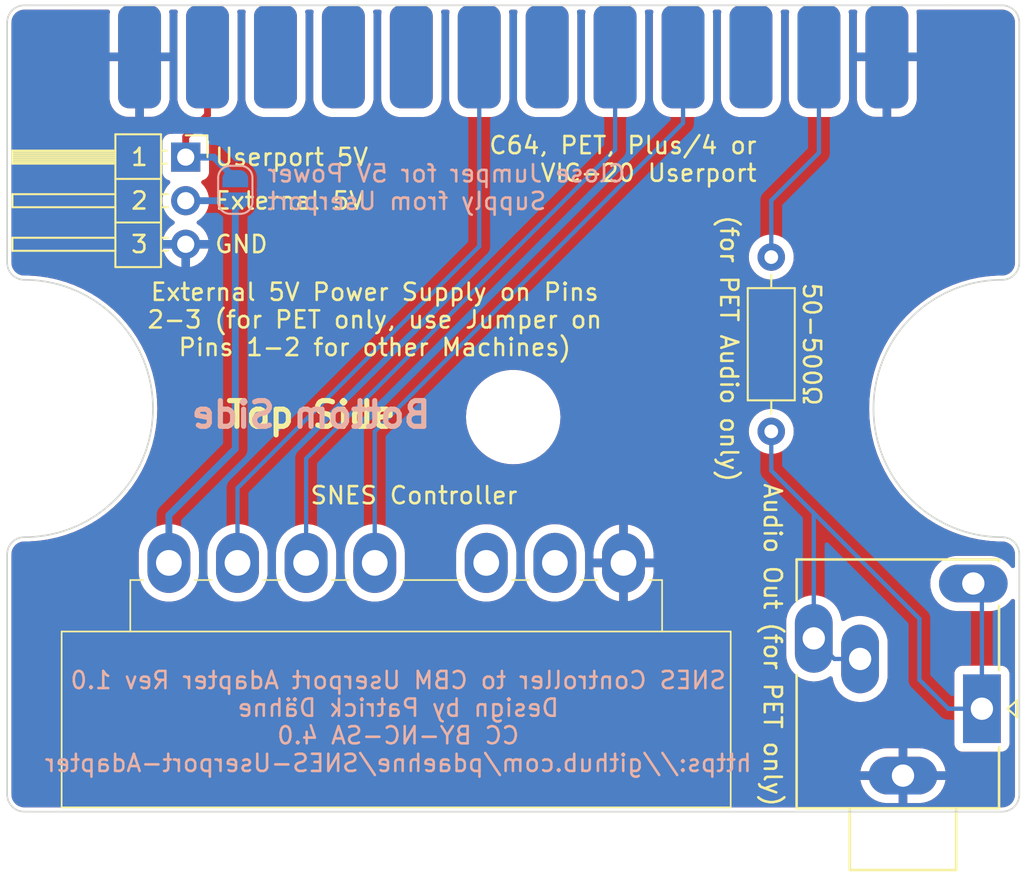
<source format=kicad_pcb>
(kicad_pcb (version 20221018) (generator pcbnew)
  (title_block (title "SNES Controller to CBM Userport Adapter") (date "2023-10-22") (rev "1.0") (company "Patrick Dähne CC BY-NC-SA 4.0"))
  (layers (0 "F.Cu" signal) (31 "B.Cu" signal) (34 "B.Paste" user) (35 "F.Paste" user) (36 "B.SilkS" user "B.Silkscreen") (37 "F.SilkS" user "F.Silkscreen") (38 "B.Mask" user) (39 "F.Mask" user) (44 "Edge.Cuts" user))
  (net 0 "")
  (net 1 "VCC")
  (net 2 "GND")
  (net 3 "/Clock")
  (net 4 "/Latch")
  (net 5 "/Data")
  (net 8 "/Audio")
  (net 24 "/VCC_Ctrl")
  (net 25 "/Audio_Jack")
  (footprint "Resistor_THT:R_Axial_DIN0207_L6.3mm_D2.5mm_P10.16mm_Horizontal" (layer "F.Cu") (at 158.908 90.266 -90)
    (fp_text reference "R1" hide)
    (fp_text value "81Ω" hide)
    (fp_line (start 1.04 0) (end 1.81 0) (stroke (width 0.12)) (layer "F.SilkS"))
    (fp_line (start 1.81 -1.37) (end 1.81 1.37) (stroke (width 0.12)) (layer "F.SilkS"))
    (fp_line (start 1.81 1.37) (end 8.35 1.37) (stroke (width 0.12)) (layer "F.SilkS"))
    (fp_line (start 8.35 -1.37) (end 1.81 -1.37) (stroke (width 0.12)) (layer "F.SilkS"))
    (fp_line (start 8.35 1.37) (end 8.35 -1.37) (stroke (width 0.12)) (layer "F.SilkS"))
    (fp_line (start 9.12 0) (end 8.35 0) (stroke (width 0.12)) (layer "F.SilkS"))
    (pad "1" thru_hole circle (at 0 0 270) (size 1.6 1.6) (drill 0.8) (layers "*.Cu" "*.Mask") (net 8 "/Audio"))
    (pad "2" thru_hole oval (at 10.16 0 270) (size 1.6 1.6) (drill 0.8) (layers "*.Cu" "*.Mask") (net 25 "/Audio_Jack"))
  )
  (footprint "Connector_Audio:Jack_3.5mm_Ledino_KB3SPRS_Horizontal" (layer "F.Cu") (at 171.1855 116.592 90)
    (fp_text reference "J3" hide)
    (fp_text value "AudioJack3_SwitchTR" hide)
    (fp_line (start -9.4 -7.7) (end -9.4 -1.5) (stroke (width 0.15)) (layer "F.SilkS"))
    (fp_line (start -9.4 -1.5) (end -5.8 -1.5) (stroke (width 0.15)) (layer "F.SilkS"))
    (fp_line (start -5.8 -10.8) (end 1.95 -10.8) (stroke (width 0.15)) (layer "F.SilkS"))
    (fp_line (start -5.8 -7.7) (end -9.4 -7.7) (stroke (width 0.15)) (layer "F.SilkS"))
    (fp_line (start -5.8 1) (end -5.8 -10.8) (stroke (width 0.15)) (layer "F.SilkS"))
    (fp_line (start -2.25 1) (end -5.8 1) (stroke (width 0.15)) (layer "F.SilkS"))
    (fp_line (start -0.5 2.05) (end 0.5 2.05) (stroke (width 0.12)) (layer "F.SilkS"))
    (fp_line (start 0 1.5) (end -0.5 2.05) (stroke (width 0.12)) (layer "F.SilkS"))
    (fp_line (start 0.5 2.05) (end 0 1.5) (stroke (width 0.12)) (layer "F.SilkS"))
    (fp_line (start 6 1) (end 2.25 1) (stroke (width 0.15)) (layer "F.SilkS"))
    (fp_line (start 6.3 -10.8) (end 8.7 -10.8) (stroke (width 0.15)) (layer "F.SilkS"))
    (fp_line (start 8.7 -10.8) (end 8.7 1) (stroke (width 0.15)) (layer "F.SilkS"))
    (fp_line (start 8.7 1) (end 8.6 1) (stroke (width 0.15)) (layer "F.SilkS"))
    (pad "R" thru_hole oval (at 4.1 -9.8 90) (size 4 2.2) (drill 1.3) (layers "*.Cu" "*.Mask") (net 25 "/Audio_Jack"))
    (pad "RN" thru_hole oval (at 2.9 -7.1 90) (size 4 2.2) (drill 1.3) (layers "*.Cu" "*.Mask") (net 25 "/Audio_Jack"))
    (pad "S" thru_hole oval (at -3.9 -4.6 90) (size 2.2 4) (drill 1.3) (layers "*.Cu" "*.Mask") (net 2 "GND"))
    (pad "T" thru_hole rect (at 0 0 90) (size 4 2.2) (drill 1.3) (layers "*.Cu" "*.Mask") (net 25 "/Audio_Jack"))
    (pad "TN" thru_hole oval (at 7.3 -0.5 180) (size 4 2.2) (drill 1.3) (layers "*.Cu" "*.Mask") (net 25 "/Audio_Jack"))
  )
  (footprint "PinHeader-Flipped:PinHeader_1x03_P2.54mm_Horizontal" (layer "F.Cu") (at 124.775 84.439 180)
    (fp_text reference "J1" hide)
    (fp_text value "Conn_01x03_Pin" hide)
    (fp_line (start -1.27 0) (end -1.27 1.27) (stroke (width 0.12)) (layer "F.SilkS"))
    (fp_line (start -1.27 1.27) (end 0 1.27) (stroke (width 0.12)) (layer "F.SilkS"))
    (fp_line (start 1.042929 -5.46) (end 1.44 -5.46) (stroke (width 0.12)) (layer "F.SilkS"))
    (fp_line (start 1.042929 -4.7) (end 1.44 -4.7) (stroke (width 0.12)) (layer "F.SilkS"))
    (fp_line (start 1.042929 -2.92) (end 1.44 -2.92) (stroke (width 0.12)) (layer "F.SilkS"))
    (fp_line (start 1.042929 -2.16) (end 1.44 -2.16) (stroke (width 0.12)) (layer "F.SilkS"))
    (fp_line (start 1.11 -0.38) (end 1.44 -0.38) (stroke (width 0.12)) (layer "F.SilkS"))
    (fp_line (start 1.11 0.38) (end 1.44 0.38) (stroke (width 0.12)) (layer "F.SilkS"))
    (fp_line (start 1.44 -6.41) (end 4.1 -6.41) (stroke (width 0.12)) (layer "F.SilkS"))
    (fp_line (start 1.44 -3.81) (end 4.1 -3.81) (stroke (width 0.12)) (layer "F.SilkS"))
    (fp_line (start 1.44 -1.27) (end 4.1 -1.27) (stroke (width 0.12)) (layer "F.SilkS"))
    (fp_line (start 1.44 1.33) (end 1.44 -6.41) (stroke (width 0.12)) (layer "F.SilkS"))
    (fp_line (start 4.1 -6.41) (end 4.1 1.33) (stroke (width 0.12)) (layer "F.SilkS"))
    (fp_line (start 4.1 -4.7) (end 10.1 -4.7) (stroke (width 0.12)) (layer "F.SilkS"))
    (fp_line (start 4.1 -2.16) (end 10.1 -2.16) (stroke (width 0.12)) (layer "F.SilkS"))
    (fp_line (start 4.1 -0.28) (end 10.1 -0.28) (stroke (width 0.12)) (layer "F.SilkS"))
    (fp_line (start 4.1 -0.16) (end 10.1 -0.16) (stroke (width 0.12)) (layer "F.SilkS"))
    (fp_line (start 4.1 -0.04) (end 10.1 -0.04) (stroke (width 0.12)) (layer "F.SilkS"))
    (fp_line (start 4.1 0.08) (end 10.1 0.08) (stroke (width 0.12)) (layer "F.SilkS"))
    (fp_line (start 4.1 0.2) (end 10.1 0.2) (stroke (width 0.12)) (layer "F.SilkS"))
    (fp_line (start 4.1 0.32) (end 10.1 0.32) (stroke (width 0.12)) (layer "F.SilkS"))
    (fp_line (start 4.1 0.38) (end 10.1 0.38) (stroke (width 0.12)) (layer "F.SilkS"))
    (fp_line (start 4.1 1.33) (end 1.44 1.33) (stroke (width 0.12)) (layer "F.SilkS"))
    (fp_line (start 10.1 -5.46) (end 4.1 -5.46) (stroke (width 0.12)) (layer "F.SilkS"))
    (fp_line (start 10.1 -4.7) (end 10.1 -5.46) (stroke (width 0.12)) (layer "F.SilkS"))
    (fp_line (start 10.1 -2.92) (end 4.1 -2.92) (stroke (width 0.12)) (layer "F.SilkS"))
    (fp_line (start 10.1 -2.16) (end 10.1 -2.92) (stroke (width 0.12)) (layer "F.SilkS"))
    (fp_line (start 10.1 -0.38) (end 4.1 -0.38) (stroke (width 0.12)) (layer "F.SilkS"))
    (fp_line (start 10.1 0.38) (end 10.1 -0.38) (stroke (width 0.12)) (layer "F.SilkS"))
    (pad "1" thru_hole rect (at 0 0 180) (size 1.7 1.7) (drill 1) (layers "*.Cu" "*.Mask") (net 1 "VCC"))
    (pad "2" thru_hole oval (at 0 -2.54 180) (size 1.7 1.7) (drill 1) (layers "*.Cu" "*.Mask") (net 24 "/VCC_Ctrl"))
    (pad "3" thru_hole oval (at 0 -5.08 180) (size 1.7 1.7) (drill 1) (layers "*.Cu" "*.Mask") (net 2 "GND"))
  )
  (footprint "Commodore:C64_Userport" (layer "F.Cu") (at 122.086 78.592 180)
    (fp_text reference "J4" hide)
    (fp_text value "C64_Userport" hide)
    (fp_line (start -47.28 3) (end 3.72 3) (stroke (width 0.1)) (layer "Edge.Cuts"))
    (pad "1" smd roundrect (at 0 0 180) (size 2.5 6) (layers "F.Cu" "F.Mask") (net 2 "GND"))
    (pad "2" smd roundrect (at -3.96 0 180) (size 2.5 6) (layers "F.Cu" "F.Mask") (net 1 "VCC"))
    (pad "3" smd roundrect (at -7.92 0 180) (size 2.5 6) (layers "F.Cu" "F.Mask"))
    (pad "4" smd roundrect (at -11.88 0 180) (size 2.5 6) (layers "F.Cu" "F.Mask"))
    (pad "5" smd roundrect (at -15.84 0 180) (size 2.5 6) (layers "F.Cu" "F.Mask"))
    (pad "6" smd roundrect (at -19.8 0 180) (size 2.5 6) (layers "F.Cu" "F.Mask"))
    (pad "7" smd roundrect (at -23.76 0 180) (size 2.5 6) (layers "F.Cu" "F.Mask"))
    (pad "8" smd roundrect (at -27.72 0 180) (size 2.5 6) (layers "F.Cu" "F.Mask"))
    (pad "9" smd roundrect (at -31.68 0 180) (size 2.5 6) (layers "F.Cu" "F.Mask"))
    (pad "10" smd roundrect (at -35.64 0 180) (size 2.5 6) (layers "F.Cu" "F.Mask"))
    (pad "11" smd roundrect (at -39.6 0 180) (size 2.5 6) (layers "F.Cu" "F.Mask"))
    (pad "12" smd roundrect (at -43.56 0 180) (size 2.5 6) (layers "F.Cu" "F.Mask") (net 2 "GND"))
    (pad "A" smd roundrect (at 0 0 180) (size 2.5 6) (layers "B.Cu" "B.Mask") (net 2 "GND"))
    (pad "B" smd roundrect (at -3.96 0 180) (size 2.5 6) (layers "B.Cu" "B.Mask"))
    (pad "C" smd roundrect (at -7.92 0 180) (size 2.5 6) (layers "B.Cu" "B.Mask"))
    (pad "D" smd roundrect (at -11.88 0 180) (size 2.5 6) (layers "B.Cu" "B.Mask"))
    (pad "E" smd roundrect (at -15.84 0 180) (size 2.5 6) (layers "B.Cu" "B.Mask"))
    (pad "F" smd roundrect (at -19.8 0 180) (size 2.5 6) (layers "B.Cu" "B.Mask") (net 3 "/Clock"))
    (pad "H" smd roundrect (at -23.76 0 180) (size 2.5 6) (layers "B.Cu" "B.Mask"))
    (pad "J" smd roundrect (at -27.72 0 180) (size 2.5 6) (layers "B.Cu" "B.Mask") (net 4 "/Latch"))
    (pad "K" smd roundrect (at -31.68 0 180) (size 2.5 6) (layers "B.Cu" "B.Mask") (net 5 "/Data"))
    (pad "L" smd roundrect (at -35.64 0 180) (size 2.5 6) (layers "B.Cu" "B.Mask"))
    (pad "M" smd roundrect (at -39.6 0 180) (size 2.5 6) (layers "B.Cu" "B.Mask") (net 8 "/Audio"))
    (pad "N" smd roundrect (at -43.56 0 180) (size 2.5 6) (layers "B.Cu" "B.Mask") (net 2 "GND"))
  )
  (footprint "MountingHole:MountingHole_5mm" (layer "F.Cu") (at 143.866 99.592 180)
    (fp_text reference "REF**" hide)
    (fp_text value "MountingHole_5mm" hide)
    (pad "" np_thru_hole circle (at 0 0 180) (size 5 5) (drill 5) (layers "*.Cu" "*.Mask"))
  )
  (footprint "Nintendo:SNES_Controller_Socket" (layer "F.Cu") (at 123.794 108.092)
    (fp_text reference "J2" hide)
    (fp_text value "SNES_Controller_Socket" hide)
    (fp_line (start -6.25 4) (end -6.25 14.25) (stroke (width 0.1)) (layer "F.SilkS"))
    (fp_line (start -6.25 4) (end 32.75 4) (stroke (width 0.1)) (layer "F.SilkS"))
    (fp_line (start -6.25 14.25) (end 32.75 14.25) (stroke (width 0.1)) (layer "F.SilkS"))
    (fp_line (start -2.25 1) (end -2.25 4) (stroke (width 0.1)) (layer "F.SilkS"))
    (fp_line (start -2.25 1) (end -1.5 1) (stroke (width 0.1)) (layer "F.SilkS"))
    (fp_line (start 1.5 1) (end 2.5 1) (stroke (width 0.1)) (layer "F.SilkS"))
    (fp_line (start 5.5 1) (end 6.5 1) (stroke (width 0.1)) (layer "F.SilkS"))
    (fp_line (start 9.5 1) (end 10.5 1) (stroke (width 0.1)) (layer "F.SilkS"))
    (fp_line (start 13.5 1) (end 17 1) (stroke (width 0.1)) (layer "F.SilkS"))
    (fp_line (start 20 1) (end 21 1) (stroke (width 0.1)) (layer "F.SilkS"))
    (fp_line (start 24 1) (end 25 1) (stroke (width 0.1)) (layer "F.SilkS"))
    (fp_line (start 28 1) (end 28.75 1) (stroke (width 0.1)) (layer "F.SilkS"))
    (fp_line (start 28.75 1) (end 28.75 4) (stroke (width 0.1)) (layer "F.SilkS"))
    (fp_line (start 32.75 4) (end 32.75 14.25) (stroke (width 0.1)) (layer "F.SilkS"))
    (pad "1" thru_hole oval (at 0 0) (size 2.5 3.5) (drill 1.5) (layers "*.Cu" "*.Mask") (net 24 "/VCC_Ctrl"))
    (pad "2" thru_hole oval (at 4 0) (size 2.5 3.5) (drill 1.5) (layers "*.Cu" "*.Mask") (net 3 "/Clock"))
    (pad "3" thru_hole oval (at 8 0) (size 2.5 3.5) (drill 1.5) (layers "*.Cu" "*.Mask") (net 4 "/Latch"))
    (pad "4" thru_hole oval (at 12 0) (size 2.5 3.5) (drill 1.5) (layers "*.Cu" "*.Mask") (net 5 "/Data"))
    (pad "5" thru_hole oval (at 18.5 0) (size 2.5 3.5) (drill 1.5) (layers "*.Cu" "*.Mask"))
    (pad "6" thru_hole oval (at 22.5 0) (size 2.5 3.5) (drill 1.5) (layers "*.Cu" "*.Mask"))
    (pad "7" thru_hole oval (at 26.5 0) (size 2.5 3.5) (drill 1.5) (layers "*.Cu" "*.Mask") (net 2 "GND"))
  )
  (footprint "Jumper:SolderJumper-2_P1.3mm_Open_RoundedPad1.0x1.5mm" (layer "B.Cu") (at 127.666 86.344 -90)
    (fp_text reference "JP1" hide)
    (fp_text value "SolderJumper_2_Open" hide)
    (fp_line (start -1.4 -0.3) (end -1.4 0.3) (stroke (width 0.12)) (layer "B.SilkS"))
    (fp_line (start -0.7 1) (end 0.7 1) (stroke (width 0.12)) (layer "B.SilkS"))
    (fp_line (start 0.7 -1) (end -0.7 -1) (stroke (width 0.12)) (layer "B.SilkS"))
    (fp_line (start 1.4 0.3) (end 1.4 -0.3) (stroke (width 0.12)) (layer "B.SilkS"))
    (fp_arc (start -1.4 -0.3) (mid -1.194975 -0.794975) (end -0.7 -1) (stroke (width 0.12)) (layer "B.SilkS"))
    (fp_arc (start -0.7 1) (mid -1.194975 0.794975) (end -1.4 0.3) (stroke (width 0.12)) (layer "B.SilkS"))
    (fp_arc (start 0.7 -1) (mid 1.194975 -0.794975) (end 1.4 -0.3) (stroke (width 0.12)) (layer "B.SilkS"))
    (fp_arc (start 1.4 0.3) (mid 1.194975 0.794975) (end 0.7 1) (stroke (width 0.12)) (layer "B.SilkS"))
    (pad "1" smd custom (at -0.65 0 270) (size 1 0.5) (layers "B.Cu" "B.Mask") (net 1 "VCC") (options (clearance outline) (anchor rect)) (primitives (gr_circle (center 0 -0.25) (end 0.5 -0.25) (width 0) (fill yes)) (gr_circle (center 0 0.25) (end 0.5 0.25) (width 0) (fill yes)) (gr_poly (pts (xy 0.5 -0.75) (xy 0 -0.75) (xy 0 0.75) (xy 0.5 0.75)) (width 0) (fill yes))))
    (pad "2" smd custom (at 0.65 0 270) (size 1 0.5) (layers "B.Cu" "B.Mask") (net 24 "/VCC_Ctrl") (options (clearance outline) (anchor rect)) (primitives (gr_circle (center 0 -0.25) (end 0.5 -0.25) (width 0) (fill yes)) (gr_circle (center 0 0.25) (end 0.5 0.25) (width 0) (fill yes)) (gr_poly (pts (xy 0 -0.75) (xy -0.5 -0.75) (xy -0.5 0.75) (xy 0 0.75)) (width 0) (fill yes))))
  )
  (gr_arc (start 115.366 91.592) (mid 114.658893 91.299107) (end 114.366 90.592) (stroke (width 0.1)) (layer "Edge.Cuts"))
  (gr_arc (start 115.366 122.592) (mid 114.658893 122.299107) (end 114.366 121.592) (stroke (width 0.1)) (layer "Edge.Cuts"))
  (gr_line (start 114.366 76.592) (end 114.366 90.592) (stroke (width 0.1)) (layer "Edge.Cuts"))
  (gr_arc (start 114.366 107.592) (mid 114.658893 106.884893) (end 115.366 106.592) (stroke (width 0.1)) (layer "Edge.Cuts"))
  (gr_line (start 114.366 107.592) (end 114.366 121.592) (stroke (width 0.1)) (layer "Edge.Cuts"))
  (gr_arc (start 114.366 76.592) (mid 114.658893 75.884893) (end 115.366 75.592) (stroke (width 0.1)) (layer "Edge.Cuts"))
  (gr_arc (start 173.366 121.592) (mid 173.073107 122.299107) (end 172.366 122.592) (stroke (width 0.1)) (layer "Edge.Cuts"))
  (gr_arc (start 172.366 106.592) (mid 164.866 99.092) (end 172.366 91.592) (stroke (width 0.1)) (layer "Edge.Cuts"))
  (gr_line (start 173.366 76.592) (end 173.366 90.592) (stroke (width 0.1)) (layer "Edge.Cuts"))
  (gr_arc (start 172.366 106.592) (mid 173.073107 106.884893) (end 173.366 107.592) (stroke (width 0.1)) (layer "Edge.Cuts"))
  (gr_line (start 172.366 122.592) (end 115.366 122.592) (stroke (width 0.1)) (layer "Edge.Cuts"))
  (gr_arc (start 115.366 91.592) (mid 122.866 99.092) (end 115.366 106.592) (stroke (width 0.1)) (layer "Edge.Cuts"))
  (gr_line (start 172.366 75.592) (end 169.366 75.592) (stroke (width 0.1)) (layer "Edge.Cuts"))
  (gr_line (start 118.366 75.592) (end 115.366 75.592) (stroke (width 0.1)) (layer "Edge.Cuts"))
  (gr_line (start 173.366 121.592) (end 173.366 107.592) (stroke (width 0.1)) (layer "Edge.Cuts"))
  (gr_arc (start 173.366 90.592) (mid 173.073107 91.299107) (end 172.366 91.592) (stroke (width 0.1)) (layer "Edge.Cuts"))
  (gr_arc (start 172.366 75.592) (mid 173.073107 75.884893) (end 173.366 76.592) (stroke (width 0.1)) (layer "Edge.Cuts"))
  (gr_text "SNES Controller to CBM Userport Adapter Rev 1.0\nDesign by Patrick Dähne\nCC BY-NC-SA 4.0\nhttps://github.com/pdaehne/SNES-Userport-Adapter" (at 137.16 117.348) (layer "B.SilkS") (effects (font (size 1 1)) (justify mirror)))
  (gr_text "Bottom Side" (at 132.08 100.33) (layer "B.SilkS") (effects (font (size 1.5 1.5) (thickness 0.3) bold) (justify bottom mirror)))
  (gr_text "Close Jumper for 5V Power\nSupply from Userport" (at 129.444 86.202) (layer "B.SilkS") (effects (font (size 1 1)) (justify right mirror)))
  (gr_text "2" (at 122.078 86.979) (layer "F.SilkS") (effects (font (size 1 1))))
  (gr_text "1" (at 122.078 84.439) (layer "F.SilkS") (effects (font (size 1 1))))
  (gr_text "SNES Controller" (at 138.08 104.744) (layer "F.SilkS") (effects (font (size 1 1)) (justify bottom)))
  (gr_text "C64, PET, Plus/4 or\nVIC-20 Userport" (at 158.146 85.948) (layer "F.SilkS") (effects (font (size 1 1)) (justify right bottom)))
  (gr_text "Userport 5V" (at 126.396 84.439) (layer "F.SilkS") (effects (font (size 1 1)) (justify left)))
  (gr_text "(for PET Audio only)" (at 155.86 95.6 -90) (layer "F.SilkS") (effects (font (size 1 1)) (justify bottom)))
  (gr_text "Audio Out (for PET only)" (at 158.4 112.872 -90) (layer "F.SilkS") (effects (font (size 1 1)) (justify bottom)))
  (gr_text "3" (at 122.078 89.519) (layer "F.SilkS") (effects (font (size 1 1))))
  (gr_text "50-500Ω" (at 160.686 95.346 -90) (layer "F.SilkS") (effects (font (size 1 1)) (justify bottom)))
  (gr_text "GND" (at 126.396 89.519) (layer "F.SilkS") (effects (font (size 1 1)) (justify left)))
  (gr_text "Top Side" (at 132.08 100.33) (layer "F.SilkS") (effects (font (size 1.5 1.5) (thickness 0.3) bold) (justify bottom)))
  (gr_text "External 5V" (at 126.396 86.979) (layer "F.SilkS") (effects (font (size 1 1)) (justify left)))
  (gr_text "External 5V Power Supply on Pins\n2-3 (for PET only, use Jumper on\nPins 1-2 for other Machines)" (at 135.794 96.108) (layer "F.SilkS") (effects (font (size 1 1)) (justify bottom)))
  (segment (start 126.046 81.98) (end 126.046 78.592) (width 0.4) (layer "F.Cu") (net 1))
  (segment (start 124.775 84.439) (end 124.775 83.251) (width 0.4) (layer "F.Cu") (net 1))
  (segment (start 124.775 83.251) (end 126.046 81.98) (width 0.4) (layer "F.Cu") (net 1))
  (segment (start 126.411 84.439) (end 127.666 85.694) (width 0.4) (layer "B.Cu") (net 1))
  (segment (start 124.775 84.439) (end 126.411 84.439) (width 0.4) (layer "B.Cu") (net 1))
  (segment (start 150.272 112.618) (end 150.294 112.64) (width 0.4) (layer "B.Cu") (net 2))
  (segment (start 141.886 89.635) (end 127.794 103.727) (width 0.25) (layer "B.Cu") (net 3))
  (segment (start 127.794 103.727) (end 127.794 108.092) (width 0.25) (layer "B.Cu") (net 3))
  (segment (start 141.886 78.592) (end 141.886 89.635) (width 0.25) (layer "B.Cu") (net 3))
  (segment (start 149.806 78.592) (end 149.806 84.001) (width 0.25) (layer "B.Cu") (net 4))
  (segment (start 149.806 84.001) (end 131.794 102.013) (width 0.25) (layer "B.Cu") (net 4))
  (segment (start 131.794 102.013) (end 131.794 108.092) (width 0.25) (layer "B.Cu") (net 4))
  (segment (start 135.794 100.426) (end 135.794 108.092) (width 0.25) (layer "B.Cu") (net 5))
  (segment (start 153.766 82.454) (end 135.794 100.426) (width 0.25) (layer "B.Cu") (net 5))
  (segment (start 153.766 78.592) (end 153.766 82.454) (width 0.25) (layer "B.Cu") (net 5))
  (segment (start 161.686 78.592) (end 161.686 84.186) (width 0.25) (layer "B.Cu") (net 8))
  (segment (start 158.908 86.964) (end 158.908 90.266) (width 0.25) (layer "B.Cu") (net 8))
  (segment (start 161.686 84.186) (end 158.908 86.964) (width 0.25) (layer "B.Cu") (net 8))
  (segment (start 124.775 86.979) (end 127.651 86.979) (width 0.4) (layer "B.Cu") (net 24))
  (segment (start 123.794 105.314) (end 123.794 108.092) (width 0.4) (layer "B.Cu") (net 24))
  (segment (start 127.666 101.442) (end 123.794 105.314) (width 0.4) (layer "B.Cu") (net 24))
  (segment (start 127.666 86.994) (end 127.666 101.442) (width 0.4) (layer "B.Cu") (net 24))
  (segment (start 161.3855 112.492) (end 161.3855 105.1895) (width 0.25) (layer "B.Cu") (net 25))
  (segment (start 161.3855 105.1895) (end 161.321 105.125) (width 0.25) (layer "B.Cu") (net 25))
  (segment (start 169.232 116.592) (end 171.1855 116.592) (width 0.25) (layer "B.Cu") (net 25))
  (segment (start 171.1855 109.792) (end 170.6855 109.292) (width 0.25) (layer "B.Cu") (net 25))
  (segment (start 167.544 114.904) (end 169.232 116.592) (width 0.25) (layer "B.Cu") (net 25))
  (segment (start 167.544 114.904) (end 167.544 111.348) (width 0.25) (layer "B.Cu") (net 25))
  (segment (start 167.544 111.348) (end 161.321 105.125) (width 0.25) (layer "B.Cu") (net 25))
  (segment (start 158.908 100.426) (end 158.908 102.712) (width 0.25) (layer "B.Cu") (net 25))
  (segment (start 164.0855 113.692) (end 162.5855 113.692) (width 0.25) (layer "B.Cu") (net 25))
  (segment (start 171.1855 116.592) (end 171.1855 109.792) (width 0.25) (layer "B.Cu") (net 25))
  (segment (start 161.321 105.125) (end 158.908 102.712) (width 0.25) (layer "B.Cu") (net 25))
  (segment (start 162.5855 113.692) (end 161.3855 112.492) (width 0.25) (layer "B.Cu") (net 25))
  (zone (net 2) (net_name "GND") (layers "F&B.Cu") (connect_pads (clearance 0.508)) (min_thickness 0.25) (fill yes (thermal_gap 0.5) (thermal_bridge_width 0.5))
    (polygon (pts (xy 113.95 122.778) (xy 173.64 123.032) (xy 173.64 75.534) (xy 113.95 75.28)))
  )
)
</source>
